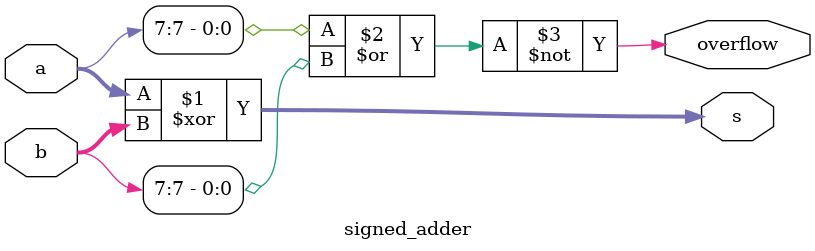
<source format=v>

module signed_adder(input [7:0] a,
    input [7:0] b,
    output [7:0] s,
    output overflow
); 

// The numbers a and b are added to the output s. 
// assign the occurence of the signed overflow of a and b to the output overflow.
// a signed overflow occurs if the most significant bits of a and b are low and the most significant bit of s is high
// a signed overflow may also occur if the most significant bits of a and b are high and the most significant bit of s is low


assign s = a ^ b; 
assign overflow = ~(a[7] | b[7]); 

endmodule

</source>
